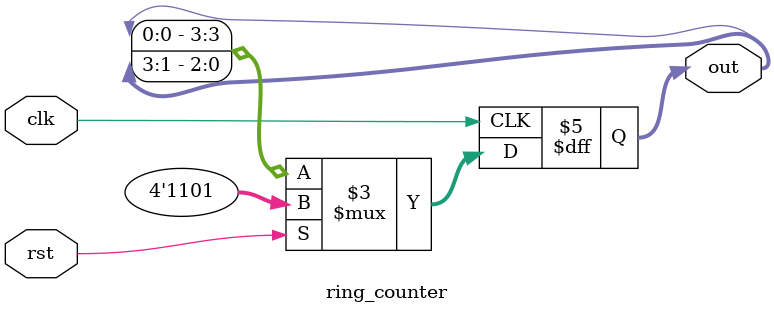
<source format=v>
`timescale 1ns / 1ps
module ring_counter #(parameter N=4,width=7)(out,clk,rst);
output reg [N-1:0]out;
input clk,rst;
always @(posedge clk)
begin
if(rst)
out<='b1101;
else
out<={out[0],out[N-1:1]};
end
endmodule


</source>
